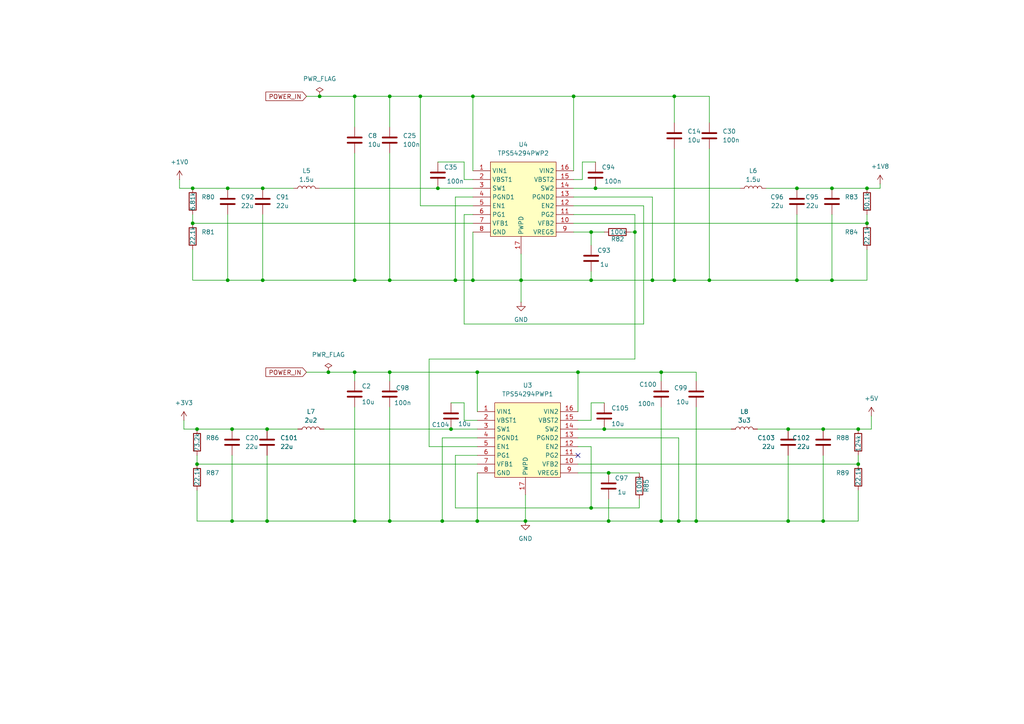
<source format=kicad_sch>
(kicad_sch (version 20250114) (generator "eeschema") (generator_version "9.0")
  (paper "A4")
  (lib_symbols
    (symbol "Device:C" (pin_numbers (hide yes)) (pin_names (offset 0.254))
      (property "Reference" "C" (at 0.635 2.54 0))
      (property "Value" "C" (at 0.635 -2.54 0))
      (symbol "C_0_1"
        (polyline (pts (xy -2.032 0.762) (xy 2.032 0.762)) (stroke (width 0.508)))
        (polyline (pts (xy -2.032 -0.762) (xy 2.032 -0.762)) (stroke (width 0.508)))
      )
      (symbol "C_1_1"
        (pin passive line (at 0 3.81 270) (length 2.794) (name "~") (number "1"))
        (pin passive line (at 0 -3.81 90) (length 2.794) (name "~") (number "2"))
      )
    )
    (symbol "Device:L" (pin_numbers (hide yes)) (pin_names (offset 1.016) (hide yes))
      (property "Reference" "L" (at -1.27 0 90))
      (property "Value" "L" (at 1.905 0 90))
      (symbol "L_0_1"
        (arc (start 0 2.54) (mid 0.6323 1.905) (end 0 1.27))
        (arc (start 0 1.27) (mid 0.6323 0.635) (end 0 0))
        (arc (start 0 0) (mid 0.6323 -0.635) (end 0 -1.27))
        (arc (start 0 -1.27) (mid 0.6323 -1.905) (end 0 -2.54))
      )
      (symbol "L_1_1"
        (pin passive line (at 0 3.81 270) (length 1.27) (name "1") (number "1"))
        (pin passive line (at 0 -3.81 90) (length 1.27) (name "2") (number "2"))
      )
    )
    (symbol "Device:R" (pin_numbers (hide yes)) (pin_names (offset 0))
      (property "Reference" "R" (at 2.032 0 90))
      (property "Value" "R" (at 0 0 90))
      (symbol "R_0_1"
        (rectangle (start -1.016 -2.54) (end 1.016 2.54) (stroke (width 0.254)))
      )
      (symbol "R_1_1"
        (pin passive line (at 0 3.81 270) (length 1.27) (name "~") (number "1"))
        (pin passive line (at 0 -3.81 90) (length 1.27) (name "~") (number "2"))
      )
    )
    (symbol "Tegnebrettsymbol:TPS54294PWP"
      (property "Reference" "TPS54294PWP" (at 9.398 0.762 0))
      (symbol "TPS54294PWP_1_1"
        (rectangle (start 0 0) (end 19.05 -21.59) (fill (type background)))
        (pin input line (at -5.08 -2.54 0) (length 5.08) (name "VIN1") (number "1"))
        (pin input line (at -5.08 -5.08 0) (length 5.08) (name "VBST1") (number "2"))
        (pin input line (at -5.08 -7.62 0) (length 5.08) (name "SW1") (number "3"))
        (pin output line (at -5.08 -10.16 0) (length 5.08) (name "PGND1") (number "4"))
        (pin input line (at -5.08 -12.7 0) (length 5.08) (name "EN1") (number "5"))
        (pin input line (at -5.08 -15.24 0) (length 5.08) (name "PG1") (number "6"))
        (pin input line (at -5.08 -17.78 0) (length 5.08) (name "VFB1") (number "7"))
        (pin input line (at -5.08 -20.32 0) (length 5.08) (name "GND") (number "8"))
        (pin free line (at 8.89 -26.67 90) (length 5.08) (name "PWPD") (number "17"))
        (pin input line (at 24.13 -2.54 180) (length 5.08) (name "VIN2") (number "16"))
        (pin input line (at 24.13 -5.08 180) (length 5.08) (name "VBST2") (number "15"))
        (pin input line (at 24.13 -7.62 180) (length 5.08) (name "SW2") (number "14"))
        (pin output line (at 24.13 -10.16 180) (length 5.08) (name "PGND2") (number "13"))
        (pin input line (at 24.13 -12.7 180) (length 5.08) (name "EN2") (number "12"))
        (pin output line (at 24.13 -15.24 180) (length 5.08) (name "PG2") (number "11"))
        (pin input line (at 24.13 -17.78 180) (length 5.08) (name "VFB2") (number "10"))
        (pin input line (at 24.13 -20.32 180) (length 5.08) (name "VREG5") (number "9"))
      )
    )
    (symbol "power:+1V0" (power) (pin_numbers (hide yes)) (pin_names (offset 0) (hide yes))
      (property "Value" "+1V0" (at 0 3.556 0))
      (symbol "+1V0_0_1"
        (polyline (pts (xy -0.762 1.27) (xy 0 2.54)))
        (polyline (pts (xy 0 2.54) (xy 0.762 1.27)))
        (polyline (pts (xy 0 0) (xy 0 2.54)))
      )
      (symbol "+1V0_1_1"
        (pin power_in line (at 0 0 90) (length 0) (name "~") (number "1"))
      )
    )
    (symbol "power:+1V8" (power) (pin_numbers (hide yes)) (pin_names (offset 0) (hide yes))
      (property "Value" "+1V8" (at 0 3.556 0))
      (symbol "+1V8_0_1"
        (polyline (pts (xy -0.762 1.27) (xy 0 2.54)))
        (polyline (pts (xy 0 2.54) (xy 0.762 1.27)))
        (polyline (pts (xy 0 0) (xy 0 2.54)))
      )
      (symbol "+1V8_1_1"
        (pin power_in line (at 0 0 90) (length 0) (name "~") (number "1"))
      )
    )
    (symbol "power:+3V3" (power) (pin_numbers (hide yes)) (pin_names (offset 0) (hide yes))
      (property "Value" "+3V3" (at 0 3.556 0))
      (symbol "+3V3_0_1"
        (polyline (pts (xy -0.762 1.27) (xy 0 2.54)))
        (polyline (pts (xy 0 2.54) (xy 0.762 1.27)))
        (polyline (pts (xy 0 0) (xy 0 2.54)))
      )
      (symbol "+3V3_1_1"
        (pin power_in line (at 0 0 90) (length 0) (name "~") (number "1"))
      )
    )
    (symbol "power:+5V" (power) (pin_numbers (hide yes)) (pin_names (offset 0) (hide yes))
      (property "Value" "+5V" (at 0 3.556 0))
      (symbol "+5V_0_1"
        (polyline (pts (xy -0.762 1.27) (xy 0 2.54)))
        (polyline (pts (xy 0 2.54) (xy 0.762 1.27)))
        (polyline (pts (xy 0 0) (xy 0 2.54)))
      )
      (symbol "+5V_1_1"
        (pin power_in line (at 0 0 90) (length 0) (name "~") (number "1"))
      )
    )
    (symbol "power:GND" (power) (pin_numbers (hide yes)) (pin_names (offset 0) (hide yes))
      (property "Value" "GND" (at 0 -3.81 0))
      (symbol "GND_0_1"
        (polyline (pts (xy 0 0) (xy 0 -1.27) (xy 1.27 -1.27) (xy 0 -2.54) (xy -1.27 -1.27) (xy 0 -1.27)))
      )
      (symbol "GND_1_1"
        (pin power_in line (at 0 0 270) (length 0) (name "~") (number "1"))
      )
    )
    (symbol "power:PWR_FLAG" (power) (pin_numbers (hide yes)) (pin_names (offset 0) (hide yes))
      (property "Value" "PWR_FLAG" (at 0 3.81 0))
      (symbol "PWR_FLAG_0_0"
        (pin power_out line (at 0 0 90) (length 0) (name "~") (number "1"))
      )
      (symbol "PWR_FLAG_0_1"
        (polyline (pts (xy 0 0) (xy 0 1.27) (xy -1.016 1.905) (xy 0 2.54) (xy 1.016 1.905) (xy 0 1.27)))
      )
    )
  )
  (junction (at 66.04 54.61))
  (junction (at 195.58 27.94))
  (junction (at 171.45 67.31))
  (junction (at 55.88 64.77))
  (junction (at 113.03 27.94))
  (junction (at 251.46 54.61))
  (junction (at 137.16 27.94))
  (junction (at 205.74 81.28))
  (junction (at 238.76 151.13))
  (junction (at 152.4 151.13))
  (junction (at 191.77 151.13))
  (junction (at 113.03 107.95))
  (junction (at 184.15 67.31))
  (junction (at 241.3 54.61))
  (junction (at 76.2 54.61))
  (junction (at 176.53 151.13))
  (junction (at 102.87 27.94))
  (junction (at 248.92 124.46))
  (junction (at 171.45 147.32))
  (junction (at 102.87 107.95))
  (junction (at 57.15 134.62))
  (junction (at 92.71 27.94))
  (junction (at 102.87 151.13))
  (junction (at 55.88 54.61))
  (junction (at 67.31 124.46))
  (junction (at 151.13 81.28))
  (junction (at 195.58 81.28))
  (junction (at 137.16 81.28))
  (junction (at 128.27 151.13))
  (junction (at 57.15 124.46))
  (junction (at 121.92 27.94))
  (junction (at 95.25 107.95))
  (junction (at 201.93 151.13))
  (junction (at 228.6 151.13))
  (junction (at 231.14 54.61))
  (junction (at 166.37 27.94))
  (junction (at 77.47 151.13))
  (junction (at 238.76 124.46))
  (junction (at 66.04 81.28))
  (junction (at 241.3 81.28))
  (junction (at 130.81 124.46))
  (junction (at 76.2 81.28))
  (junction (at 113.03 151.13))
  (junction (at 113.03 81.28))
  (junction (at 167.64 107.95))
  (junction (at 175.26 124.46))
  (junction (at 189.23 81.28))
  (junction (at 138.43 151.13))
  (junction (at 102.87 81.28))
  (junction (at 172.72 54.61))
  (junction (at 176.53 137.16))
  (junction (at 248.92 134.62))
  (junction (at 171.45 81.28))
  (junction (at 127 54.61))
  (junction (at 191.77 107.95))
  (junction (at 67.31 151.13))
  (junction (at 251.46 64.77))
  (junction (at 132.08 81.28))
  (junction (at 138.43 107.95))
  (junction (at 228.6 124.46))
  (junction (at 231.14 81.28))
  (junction (at 196.85 151.13))
  (junction (at 77.47 124.46))
  (no_connect (at 167.64 132.08))
  (wire (pts (xy 201.93 151.13) (xy 196.85 151.13)))
  (wire (pts (xy 241.3 81.28) (xy 251.46 81.28)))
  (wire (pts (xy 255.27 54.61) (xy 255.27 53.34)))
  (wire (pts (xy 55.88 62.23) (xy 55.88 64.77)))
  (wire (pts (xy 138.43 121.92) (xy 134.62 121.92)))
  (wire (pts (xy 113.03 27.94) (xy 113.03 36.83)))
  (wire (pts (xy 185.42 144.78) (xy 185.42 147.32)))
  (wire (pts (xy 134.62 121.92) (xy 134.62 116.84)))
  (wire (pts (xy 196.85 151.13) (xy 191.77 151.13)))
  (wire (pts (xy 152.4 151.13) (xy 176.53 151.13)))
  (wire (pts (xy 55.88 54.61) (xy 66.04 54.61)))
  (wire (pts (xy 171.45 67.31) (xy 171.45 71.12)))
  (wire (pts (xy 130.81 124.46) (xy 138.43 124.46)))
  (wire (pts (xy 102.87 81.28) (xy 102.87 44.45)))
  (wire (pts (xy 166.37 67.31) (xy 171.45 67.31)))
  (wire (pts (xy 128.27 127) (xy 128.27 151.13)))
  (wire (pts (xy 138.43 137.16) (xy 138.43 151.13)))
  (wire (pts (xy 231.14 62.23) (xy 231.14 81.28)))
  (wire (pts (xy 134.62 93.98) (xy 186.69 93.98)))
  (wire (pts (xy 76.2 81.28) (xy 102.87 81.28)))
  (wire (pts (xy 248.92 142.24) (xy 248.92 151.13)))
  (wire (pts (xy 228.6 132.08) (xy 228.6 151.13)))
  (wire (pts (xy 248.92 124.46) (xy 238.76 124.46)))
  (wire (pts (xy 176.53 137.16) (xy 185.42 137.16)))
  (wire (pts (xy 137.16 62.23) (xy 134.62 62.23)))
  (wire (pts (xy 171.45 116.84) (xy 175.26 116.84)))
  (wire (pts (xy 252.73 120.65) (xy 252.73 124.46)))
  (wire (pts (xy 55.88 54.61) (xy 52.07 54.61)))
  (wire (pts (xy 53.34 121.92) (xy 53.34 124.46)))
  (wire (pts (xy 171.45 78.74) (xy 171.45 81.28)))
  (wire (pts (xy 205.74 81.28) (xy 231.14 81.28)))
  (wire (pts (xy 231.14 54.61) (xy 222.25 54.61)))
  (wire (pts (xy 171.45 81.28) (xy 189.23 81.28)))
  (wire (pts (xy 168.91 52.07) (xy 168.91 46.99)))
  (wire (pts (xy 228.6 124.46) (xy 219.71 124.46)))
  (wire (pts (xy 195.58 27.94) (xy 195.58 35.56)))
  (wire (pts (xy 102.87 107.95) (xy 113.03 107.95)))
  (wire (pts (xy 171.45 67.31) (xy 175.26 67.31)))
  (wire (pts (xy 189.23 57.15) (xy 189.23 81.28)))
  (wire (pts (xy 201.93 118.11) (xy 201.93 151.13)))
  (wire (pts (xy 57.15 151.13) (xy 67.31 151.13)))
  (wire (pts (xy 189.23 81.28) (xy 195.58 81.28)))
  (wire (pts (xy 167.64 121.92) (xy 171.45 121.92)))
  (wire (pts (xy 186.69 93.98) (xy 186.69 59.69)))
  (wire (pts (xy 166.37 27.94) (xy 195.58 27.94)))
  (wire (pts (xy 167.64 107.95) (xy 167.64 119.38)))
  (wire (pts (xy 201.93 151.13) (xy 228.6 151.13)))
  (wire (pts (xy 137.16 52.07) (xy 134.62 52.07)))
  (wire (pts (xy 124.46 104.14) (xy 124.46 129.54)))
  (wire (pts (xy 137.16 67.31) (xy 137.16 81.28)))
  (wire (pts (xy 67.31 151.13) (xy 77.47 151.13)))
  (wire (pts (xy 171.45 129.54) (xy 171.45 147.32)))
  (wire (pts (xy 241.3 62.23) (xy 241.3 81.28)))
  (wire (pts (xy 138.43 151.13) (xy 152.4 151.13)))
  (wire (pts (xy 113.03 107.95) (xy 113.03 110.49)))
  (wire (pts (xy 134.62 52.07) (xy 134.62 46.99)))
  (wire (pts (xy 76.2 62.23) (xy 76.2 81.28)))
  (wire (pts (xy 127 54.61) (xy 137.16 54.61)))
  (wire (pts (xy 172.72 54.61) (xy 214.63 54.61)))
  (wire (pts (xy 138.43 127) (xy 128.27 127)))
  (wire (pts (xy 168.91 46.99) (xy 172.72 46.99)))
  (wire (pts (xy 201.93 107.95) (xy 201.93 110.49)))
  (wire (pts (xy 248.92 132.08) (xy 248.92 134.62)))
  (wire (pts (xy 57.15 142.24) (xy 57.15 151.13)))
  (wire (pts (xy 124.46 129.54) (xy 138.43 129.54)))
  (wire (pts (xy 191.77 107.95) (xy 201.93 107.95)))
  (wire (pts (xy 102.87 27.94) (xy 102.87 36.83)))
  (wire (pts (xy 130.81 116.84) (xy 134.62 116.84)))
  (wire (pts (xy 251.46 54.61) (xy 255.27 54.61)))
  (wire (pts (xy 195.58 43.18) (xy 195.58 81.28)))
  (wire (pts (xy 171.45 81.28) (xy 151.13 81.28)))
  (wire (pts (xy 102.87 151.13) (xy 113.03 151.13)))
  (wire (pts (xy 166.37 27.94) (xy 166.37 49.53)))
  (wire (pts (xy 132.08 132.08) (xy 138.43 132.08)))
  (wire (pts (xy 134.62 62.23) (xy 134.62 93.98)))
  (wire (pts (xy 121.92 27.94) (xy 137.16 27.94)))
  (wire (pts (xy 137.16 27.94) (xy 166.37 27.94)))
  (wire (pts (xy 88.9 107.95) (xy 95.25 107.95)))
  (wire (pts (xy 167.64 129.54) (xy 171.45 129.54)))
  (wire (pts (xy 77.47 132.08) (xy 77.47 151.13)))
  (wire (pts (xy 138.43 107.95) (xy 138.43 119.38)))
  (wire (pts (xy 184.15 104.14) (xy 124.46 104.14)))
  (wire (pts (xy 175.26 124.46) (xy 212.09 124.46)))
  (wire (pts (xy 166.37 64.77) (xy 251.46 64.77)))
  (wire (pts (xy 113.03 44.45) (xy 113.03 81.28)))
  (wire (pts (xy 132.08 57.15) (xy 132.08 81.28)))
  (wire (pts (xy 102.87 27.94) (xy 113.03 27.94)))
  (wire (pts (xy 57.15 124.46) (xy 53.34 124.46)))
  (wire (pts (xy 176.53 151.13) (xy 176.53 144.78)))
  (wire (pts (xy 113.03 81.28) (xy 102.87 81.28)))
  (wire (pts (xy 77.47 124.46) (xy 86.36 124.46)))
  (wire (pts (xy 228.6 151.13) (xy 238.76 151.13)))
  (wire (pts (xy 167.64 137.16) (xy 176.53 137.16)))
  (wire (pts (xy 137.16 81.28) (xy 151.13 81.28)))
  (wire (pts (xy 88.9 27.94) (xy 92.71 27.94)))
  (wire (pts (xy 152.4 143.51) (xy 152.4 151.13)))
  (wire (pts (xy 132.08 147.32) (xy 132.08 132.08)))
  (wire (pts (xy 66.04 54.61) (xy 76.2 54.61)))
  (wire (pts (xy 121.92 59.69) (xy 137.16 59.69)))
  (wire (pts (xy 132.08 81.28) (xy 137.16 81.28)))
  (wire (pts (xy 195.58 81.28) (xy 205.74 81.28)))
  (wire (pts (xy 166.37 52.07) (xy 168.91 52.07)))
  (wire (pts (xy 102.87 107.95) (xy 102.87 110.49)))
  (wire (pts (xy 166.37 57.15) (xy 189.23 57.15)))
  (wire (pts (xy 195.58 27.94) (xy 205.74 27.94)))
  (wire (pts (xy 151.13 81.28) (xy 151.13 73.66)))
  (wire (pts (xy 151.13 81.28) (xy 151.13 87.63)))
  (wire (pts (xy 171.45 147.32) (xy 132.08 147.32)))
  (wire (pts (xy 182.88 67.31) (xy 184.15 67.31)))
  (wire (pts (xy 55.88 64.77) (xy 137.16 64.77)))
  (wire (pts (xy 251.46 54.61) (xy 241.3 54.61)))
  (wire (pts (xy 66.04 62.23) (xy 66.04 81.28)))
  (wire (pts (xy 241.3 54.61) (xy 231.14 54.61)))
  (wire (pts (xy 93.98 124.46) (xy 130.81 124.46)))
  (wire (pts (xy 231.14 81.28) (xy 241.3 81.28)))
  (wire (pts (xy 238.76 151.13) (xy 248.92 151.13)))
  (wire (pts (xy 113.03 81.28) (xy 132.08 81.28)))
  (wire (pts (xy 248.92 124.46) (xy 252.73 124.46)))
  (wire (pts (xy 248.92 134.62) (xy 167.64 134.62)))
  (wire (pts (xy 76.2 54.61) (xy 85.09 54.61)))
  (wire (pts (xy 92.71 27.94) (xy 102.87 27.94)))
  (wire (pts (xy 57.15 124.46) (xy 67.31 124.46)))
  (wire (pts (xy 205.74 43.18) (xy 205.74 81.28)))
  (wire (pts (xy 55.88 81.28) (xy 66.04 81.28)))
  (wire (pts (xy 238.76 132.08) (xy 238.76 151.13)))
  (wire (pts (xy 251.46 72.39) (xy 251.46 81.28)))
  (wire (pts (xy 67.31 124.46) (xy 77.47 124.46)))
  (wire (pts (xy 196.85 127) (xy 196.85 151.13)))
  (wire (pts (xy 92.71 54.61) (xy 127 54.61)))
  (wire (pts (xy 167.64 124.46) (xy 175.26 124.46)))
  (wire (pts (xy 191.77 110.49) (xy 191.77 107.95)))
  (wire (pts (xy 102.87 118.11) (xy 102.87 151.13)))
  (wire (pts (xy 251.46 62.23) (xy 251.46 64.77)))
  (wire (pts (xy 191.77 151.13) (xy 176.53 151.13)))
  (wire (pts (xy 57.15 132.08) (xy 57.15 134.62)))
  (wire (pts (xy 137.16 57.15) (xy 132.08 57.15)))
  (wire (pts (xy 134.62 46.99) (xy 127 46.99)))
  (wire (pts (xy 113.03 107.95) (xy 138.43 107.95)))
  (wire (pts (xy 191.77 118.11) (xy 191.77 151.13)))
  (wire (pts (xy 77.47 151.13) (xy 102.87 151.13)))
  (wire (pts (xy 137.16 27.94) (xy 137.16 49.53)))
  (wire (pts (xy 184.15 67.31) (xy 184.15 104.14)))
  (wire (pts (xy 113.03 27.94) (xy 121.92 27.94)))
  (wire (pts (xy 57.15 134.62) (xy 138.43 134.62)))
  (wire (pts (xy 128.27 151.13) (xy 138.43 151.13)))
  (wire (pts (xy 138.43 107.95) (xy 167.64 107.95)))
  (wire (pts (xy 166.37 62.23) (xy 184.15 62.23)))
  (wire (pts (xy 184.15 62.23) (xy 184.15 67.31)))
  (wire (pts (xy 171.45 121.92) (xy 171.45 116.84)))
  (wire (pts (xy 191.77 107.95) (xy 167.64 107.95)))
  (wire (pts (xy 66.04 81.28) (xy 76.2 81.28)))
  (wire (pts (xy 121.92 27.94) (xy 121.92 59.69)))
  (wire (pts (xy 205.74 27.94) (xy 205.74 35.56)))
  (wire (pts (xy 185.42 147.32) (xy 171.45 147.32)))
  (wire (pts (xy 67.31 132.08) (xy 67.31 151.13)))
  (wire (pts (xy 113.03 151.13) (xy 128.27 151.13)))
  (wire (pts (xy 95.25 107.95) (xy 102.87 107.95)))
  (wire (pts (xy 113.03 118.11) (xy 113.03 151.13)))
  (wire (pts (xy 186.69 59.69) (xy 166.37 59.69)))
  (wire (pts (xy 167.64 127) (xy 196.85 127)))
  (wire (pts (xy 55.88 72.39) (xy 55.88 81.28)))
  (wire (pts (xy 238.76 124.46) (xy 228.6 124.46)))
  (wire (pts (xy 52.07 54.61) (xy 52.07 52.07)))
  (wire (pts (xy 166.37 54.61) (xy 172.72 54.61)))
  (global_label "POWER_IN" (shape input) (at 88.9 107.95 180) (property "Intersheetrefs" "${INTERSHEET_REFS}" (effects (hide yes))))
  (global_label "POWER_IN" (shape input) (at 88.9 27.94 180) (property "Intersheetrefs" "${INTERSHEET_REFS}" (effects (hide yes))))
  (symbol (lib_id "Device:C") (at 241.3 58.42 0) (mirror y) (unit 1)
    (property "Reference" "C95" (at 237.49 57.1499 0) (effects (justify left)))
    (property "Value" "22u" (at 237.49 59.6899 0) (effects (justify left)))
    (property "Description" "Unpolarized capacitor" (effects (hide yes)))
  )
  (symbol (lib_id "Device:C") (at 172.72 50.8 0) (unit 1)
    (property "Reference" "C94" (at 174.498 48.514 0) (effects (justify left)))
    (property "Value" "100n" (at 175.26 52.578 0) (effects (justify left)))
    (property "Description" "Unpolarized capacitor" (effects (hide yes)))
  )
  (symbol (lib_id "power:+1V0") (at 52.07 52.07 0) (unit 1)
    (property "Reference" "#PWR0101" (effects (hide yes)))
    (property "Value" "+1V0" (at 52.07 46.99 0))
    (property "Description" "Power symbol creates a global label with name \"+1V0\"" (effects (hide yes)))
  )
  (symbol (lib_id "Device:C") (at 113.03 40.64 0) (unit 1)
    (property "Reference" "C25" (at 116.84 39.3699 0) (effects (justify left)))
    (property "Value" "100n" (at 116.84 41.9099 0) (effects (justify left)))
    (property "Description" "Unpolarized capacitor" (effects (hide yes)))
  )
  (symbol (lib_id "Device:C") (at 176.53 140.97 0) (unit 1)
    (property "Reference" "C97" (at 178.308 138.684 0) (effects (justify left)))
    (property "Value" "1u" (at 179.07 142.748 0) (effects (justify left)))
    (property "Description" "Unpolarized capacitor" (effects (hide yes)))
  )
  (symbol (lib_id "power:GND") (at 152.4 151.13 0) (unit 1)
    (property "Reference" "#PWR093" (effects (hide yes)))
    (property "Value" "GND" (at 152.4 156.21 0))
    (property "Description" "Power symbol creates a global label with name \"GND\" , ground" (effects (hide yes)))
  )
  (symbol (lib_id "Device:L") (at 90.17 124.46 90) (unit 1)
    (property "Reference" "L7" (at 90.17 119.38 90))
    (property "Value" "2u2" (at 90.17 121.92 90))
    (property "Description" "Inductor" (effects (hide yes)))
  )
  (symbol (lib_id "power:PWR_FLAG") (at 92.71 27.94 0) (unit 1)
    (property "Reference" "#FLG06" (effects (hide yes)))
    (property "Value" "PWR_FLAG" (at 92.71 22.86 0))
    (property "Description" "Special symbol for telling ERC where power comes from" (effects (hide yes)))
  )
  (symbol (lib_id "Device:L") (at 88.9 54.61 90) (unit 1)
    (property "Reference" "L5" (at 88.9 49.53 90))
    (property "Value" "1.5u" (at 88.9 52.07 90))
    (property "Description" "Inductor" (effects (hide yes)))
  )
  (symbol (lib_id "power:GND") (at 151.13 87.63 0) (unit 1)
    (property "Reference" "#PWR0102" (effects (hide yes)))
    (property "Value" "GND" (at 151.13 92.71 0))
    (property "Description" "Power symbol creates a global label with name \"GND\" , ground" (effects (hide yes)))
  )
  (symbol (lib_id "power:+1V8") (at 255.27 53.34 0) (unit 1)
    (property "Reference" "#PWR092" (effects (hide yes)))
    (property "Value" "+1V8" (at 255.27 48.26 0))
    (property "Description" "Power symbol creates a global label with name \"+1V8\"" (effects (hide yes)))
  )
  (symbol (lib_id "Device:C") (at 201.93 114.3 0) (mirror y) (unit 1)
    (property "Reference" "C99" (at 199.39 112.522 0) (effects (justify left)))
    (property "Value" "10u" (at 199.898 116.586 0) (effects (justify left)))
    (property "Description" "Unpolarized capacitor" (effects (hide yes)))
  )
  (symbol (lib_id "Device:L") (at 218.44 54.61 270) (mirror x) (unit 1)
    (property "Reference" "L6" (at 218.44 49.53 90))
    (property "Value" "1.5u" (at 218.44 52.07 90))
    (property "Description" "Inductor" (effects (hide yes)))
  )
  (symbol (lib_id "Device:C") (at 102.87 114.3 0) (unit 1)
    (property "Reference" "C2" (at 104.902 112.014 0) (effects (justify left)))
    (property "Value" "10u" (at 104.902 116.586 0) (effects (justify left)))
    (property "Description" "Unpolarized capacitor" (effects (hide yes)))
  )
  (symbol (lib_id "Device:C") (at 77.47 128.27 0) (unit 1)
    (property "Reference" "C101" (at 81.28 126.9999 0) (effects (justify left)))
    (property "Value" "22u" (at 81.28 129.5399 0) (effects (justify left)))
    (property "Description" "Unpolarized capacitor" (effects (hide yes)))
  )
  (symbol (lib_id "Device:C") (at 205.74 39.37 0) (unit 1)
    (property "Reference" "C30" (at 209.55 38.0999 0) (effects (justify left)))
    (property "Value" "100n" (at 209.55 40.6399 0) (effects (justify left)))
    (property "Description" "Unpolarized capacitor" (effects (hide yes)))
  )
  (symbol (lib_id "Device:C") (at 231.14 58.42 0) (mirror y) (unit 1)
    (property "Reference" "C96" (at 227.33 57.1499 0) (effects (justify left)))
    (property "Value" "22u" (at 227.33 59.6899 0) (effects (justify left)))
    (property "Description" "Unpolarized capacitor" (effects (hide yes)))
  )
  (symbol (lib_id "Device:C") (at 102.87 40.64 0) (unit 1)
    (property "Reference" "C8" (at 106.68 39.3699 0) (effects (justify left)))
    (property "Value" "10u" (at 106.68 41.9099 0) (effects (justify left)))
    (property "Description" "Unpolarized capacitor" (effects (hide yes)))
  )
  (symbol (lib_id "Device:R") (at 55.88 68.58 0) (unit 1)
    (property "Reference" "R81" (at 58.42 67.3099 0) (effects (justify left)))
    (property "Value" "22.1k" (at 55.88 71.12 90) (effects (justify left)))
    (property "Description" "Resistor" (effects (hide yes)))
  )
  (symbol (lib_id "Tegnebrettsymbol:TPS54294PWP") (at 142.24 46.99 0) (unit 1)
    (property "Reference" "U4" (at 151.765 41.91 0))
    (property "Value" "TPS54294PWP2" (at 151.765 44.45 0))
    (property "Footprint" "tegnebrett_modules:PWP16_2P31X2P46" (effects (hide yes)))
  )
  (symbol (lib_id "Device:C") (at 238.76 128.27 0) (mirror y) (unit 1)
    (property "Reference" "C102" (at 234.95 126.9999 0) (effects (justify left)))
    (property "Value" "22u" (at 234.95 129.5399 0) (effects (justify left)))
    (property "Description" "Unpolarized capacitor" (effects (hide yes)))
  )
  (symbol (lib_id "Device:C") (at 195.58 39.37 0) (unit 1)
    (property "Reference" "C14" (at 199.39 38.0999 0) (effects (justify left)))
    (property "Value" "10u" (at 199.39 40.6399 0) (effects (justify left)))
    (property "Description" "Unpolarized capacitor" (effects (hide yes)))
  )
  (symbol (lib_id "Device:C") (at 76.2 58.42 0) (unit 1)
    (property "Reference" "C91" (at 80.01 57.1499 0) (effects (justify left)))
    (property "Value" "22u" (at 80.01 59.6899 0) (effects (justify left)))
    (property "Description" "Unpolarized capacitor" (effects (hide yes)))
  )
  (symbol (lib_id "Device:R") (at 251.46 68.58 0) (mirror y) (unit 1)
    (property "Reference" "R84" (at 248.92 67.3099 0) (effects (justify left)))
    (property "Value" "22.1k" (at 251.46 71.12 90) (effects (justify left)))
    (property "Description" "Resistor" (effects (hide yes)))
  )
  (symbol (lib_id "Device:R") (at 55.88 58.42 0) (unit 1)
    (property "Reference" "R80" (at 58.42 57.1499 0) (effects (justify left)))
    (property "Value" "6.81k" (at 55.88 61.214 90) (effects (justify left)))
    (property "Description" "Resistor" (effects (hide yes)))
  )
  (symbol (lib_id "Device:R") (at 248.92 138.43 0) (mirror y) (unit 1)
    (property "Reference" "R89" (at 246.38 137.1599 0) (effects (justify left)))
    (property "Value" "22.1k" (at 248.92 140.97 90) (effects (justify left)))
    (property "Description" "Resistor" (effects (hide yes)))
  )
  (symbol (lib_id "Device:C") (at 67.31 128.27 0) (unit 1)
    (property "Reference" "C20" (at 71.12 126.9999 0) (effects (justify left)))
    (property "Value" "22u" (at 71.12 129.5399 0) (effects (justify left)))
    (property "Description" "Unpolarized capacitor" (effects (hide yes)))
  )
  (symbol (lib_id "Device:R") (at 185.42 140.97 180) (unit 1)
    (property "Reference" "R85" (at 187.452 138.938 90) (effects (justify left)))
    (property "Value" "100k" (at 185.42 138.176 90) (effects (justify left)))
    (property "Description" "Resistor" (effects (hide yes)))
  )
  (symbol (lib_id "Device:C") (at 191.77 114.3 0) (mirror y) (unit 1)
    (property "Reference" "C100" (at 190.5 111.506 0) (effects (justify left)))
    (property "Value" "100n" (at 189.992 117.094 0) (effects (justify left)))
    (property "Description" "Unpolarized capacitor" (effects (hide yes)))
  )
  (symbol (lib_id "Device:L") (at 215.9 124.46 270) (mirror x) (unit 1)
    (property "Reference" "L8" (at 215.9 119.38 90))
    (property "Value" "3u3" (at 215.9 121.92 90))
    (property "Description" "Inductor" (effects (hide yes)))
  )
  (symbol (lib_id "Device:C") (at 175.26 120.65 0) (unit 1)
    (property "Reference" "C105" (at 177.292 118.364 0) (effects (justify left)))
    (property "Value" "10u" (at 177.292 122.936 0) (effects (justify left)))
    (property "Description" "Unpolarized capacitor" (effects (hide yes)))
  )
  (symbol (lib_id "power:+5V") (at 252.73 120.65 0) (unit 1)
    (property "Reference" "#PWR094" (effects (hide yes)))
    (property "Value" "+5V" (at 252.73 115.57 0))
    (property "Description" "Power symbol creates a global label with name \"+5V\"" (effects (hide yes)))
  )
  (symbol (lib_id "Device:R") (at 251.46 58.42 0) (mirror y) (unit 1)
    (property "Reference" "R83" (at 248.92 57.1499 0) (effects (justify left)))
    (property "Value" "30.1k" (at 251.46 61.214 90) (effects (justify left)))
    (property "Description" "Resistor" (effects (hide yes)))
  )
  (symbol (lib_id "Device:R") (at 57.15 128.27 0) (unit 1)
    (property "Reference" "R86" (at 59.69 126.9999 0) (effects (justify left)))
    (property "Value" "73.2k" (at 57.15 131.064 90) (effects (justify left)))
    (property "Description" "Resistor" (effects (hide yes)))
  )
  (symbol (lib_id "Device:C") (at 66.04 58.42 0) (unit 1)
    (property "Reference" "C92" (at 69.85 57.1499 0) (effects (justify left)))
    (property "Value" "22u" (at 69.85 59.6899 0) (effects (justify left)))
    (property "Description" "Unpolarized capacitor" (effects (hide yes)))
  )
  (symbol (lib_id "power:PWR_FLAG") (at 95.25 107.95 0) (unit 1)
    (property "Reference" "#FLG08" (effects (hide yes)))
    (property "Value" "PWR_FLAG" (at 95.25 102.87 0))
    (property "Description" "Special symbol for telling ERC where power comes from" (effects (hide yes)))
  )
  (symbol (lib_id "Device:C") (at 171.45 74.93 0) (unit 1)
    (property "Reference" "C93" (at 173.228 72.644 0) (effects (justify left)))
    (property "Value" "1u" (at 173.99 76.708 0) (effects (justify left)))
    (property "Description" "Unpolarized capacitor" (effects (hide yes)))
  )
  (symbol (lib_id "Device:R") (at 179.07 67.31 90) (unit 1)
    (property "Reference" "R82" (at 181.102 69.342 90) (effects (justify left)))
    (property "Value" "100k" (at 181.864 67.31 90) (effects (justify left)))
    (property "Description" "Resistor" (effects (hide yes)))
  )
  (symbol (lib_id "Device:R") (at 57.15 138.43 0) (unit 1)
    (property "Reference" "R87" (at 59.69 137.1599 0) (effects (justify left)))
    (property "Value" "22.1k" (at 57.15 140.97 90) (effects (justify left)))
    (property "Description" "Resistor" (effects (hide yes)))
  )
  (symbol (lib_id "Device:R") (at 248.92 128.27 0) (mirror y) (unit 1)
    (property "Reference" "R88" (at 246.38 126.9999 0) (effects (justify left)))
    (property "Value" "124k" (at 248.92 131.064 90) (effects (justify left)))
    (property "Description" "Resistor" (effects (hide yes)))
  )
  (symbol (lib_id "power:+3V3") (at 53.34 121.92 0) (unit 1)
    (property "Reference" "#PWR095" (effects (hide yes)))
    (property "Value" "+3V3" (at 53.34 116.84 0))
    (property "Description" "Power symbol creates a global label with name \"+3V3\"" (effects (hide yes)))
  )
  (symbol (lib_id "Device:C") (at 228.6 128.27 0) (mirror y) (unit 1)
    (property "Reference" "C103" (at 224.79 126.9999 0) (effects (justify left)))
    (property "Value" "22u" (at 224.79 129.5399 0) (effects (justify left)))
    (property "Description" "Unpolarized capacitor" (effects (hide yes)))
  )
  (symbol (lib_id "Device:C") (at 113.03 114.3 0) (unit 1)
    (property "Reference" "C98" (at 114.808 112.522 0) (effects (justify left)))
    (property "Value" "100n" (at 114.3 116.84 0) (effects (justify left)))
    (property "Description" "Unpolarized capacitor" (effects (hide yes)))
  )
  (symbol (lib_id "Tegnebrettsymbol:TPS54294PWP") (at 143.51 116.84 0) (unit 1)
    (property "Reference" "U3" (at 153.035 111.76 0))
    (property "Value" "TPS54294PWP1" (at 153.035 114.3 0))
    (property "Footprint" "tegnebrett_modules:PWP16_2P31X2P46" (effects (hide yes)))
  )
  (symbol (lib_id "Device:C") (at 127 50.8 0) (unit 1)
    (property "Reference" "C35" (at 128.778 48.514 0) (effects (justify left)))
    (property "Value" "100n" (at 129.54 52.578 0) (effects (justify left)))
    (property "Description" "Unpolarized capacitor" (effects (hide yes)))
  )
  (symbol (lib_id "Device:C") (at 130.81 120.65 0) (unit 1)
    (property "Reference" "C104" (at 125.222 123.19 0) (effects (justify left)))
    (property "Value" "10u" (at 132.842 122.936 0) (effects (justify left)))
    (property "Description" "Unpolarized capacitor" (effects (hide yes)))
  )
)
</source>
